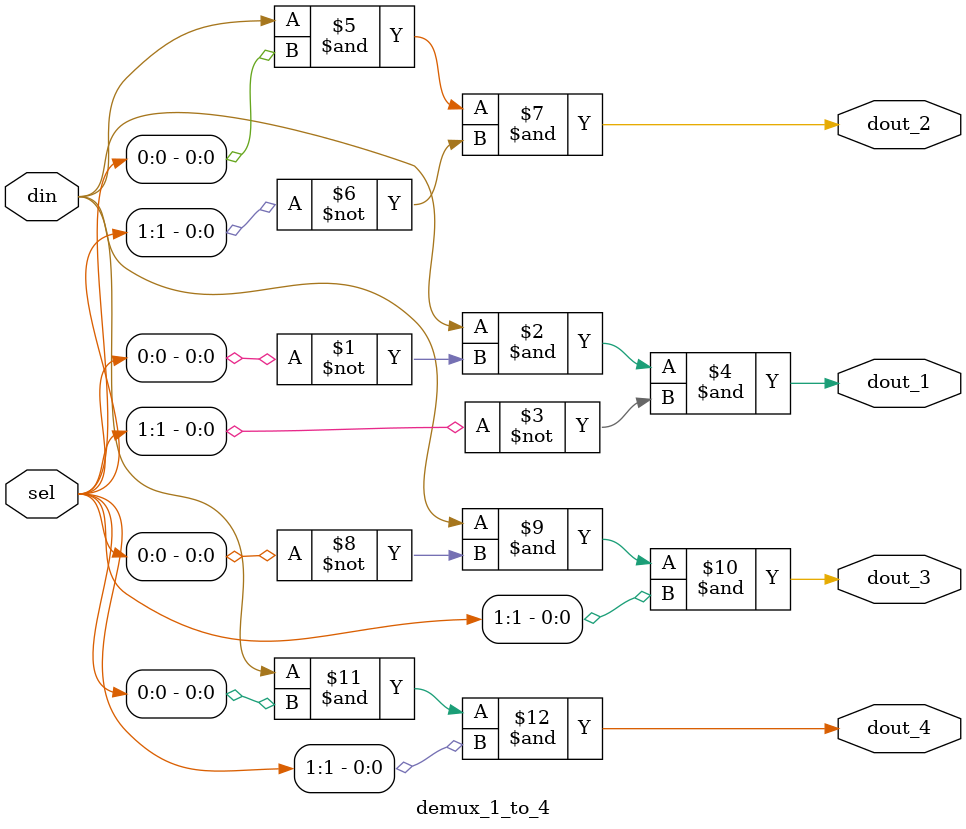
<source format=v>
`timescale 1ns / 1ps



module 
 demux_1_to_4 
(
	input  din,
	input  [1:0] sel,
	output dout_1,
	output dout_2,
	output dout_3,
	output dout_4
);

	assign dout_1	= din & ( ~sel[0] ) & ( ~sel[1] );
	assign dout_2	= din & (  sel[0] ) & ( ~sel[1] );
	assign dout_3	= din & ( ~sel[0] ) & (  sel[1] );
	assign dout_4	= din & (  sel[0] ) & (  sel[1] );
	
endmodule

</source>
